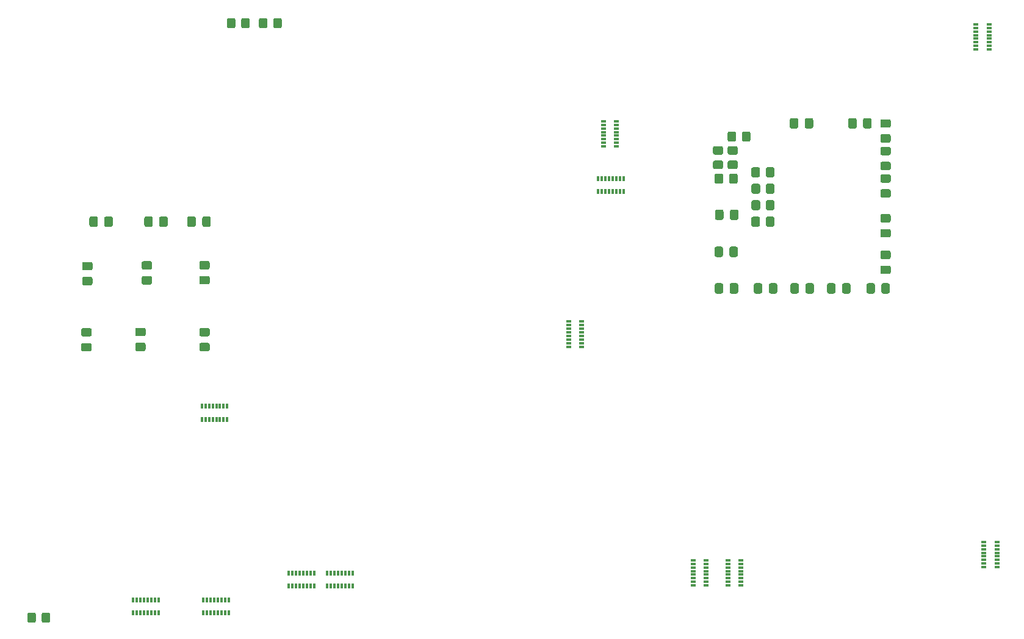
<source format=gbr>
G04 #@! TF.GenerationSoftware,KiCad,Pcbnew,(5.1.10-1-10_14)*
G04 #@! TF.CreationDate,2021-08-09T19:17:03+02:00*
G04 #@! TF.ProjectId,A3660_shanshe_mod2,41333636-305f-4736-9861-6e7368655f6d,rev?*
G04 #@! TF.SameCoordinates,Original*
G04 #@! TF.FileFunction,Paste,Bot*
G04 #@! TF.FilePolarity,Positive*
%FSLAX46Y46*%
G04 Gerber Fmt 4.6, Leading zero omitted, Abs format (unit mm)*
G04 Created by KiCad (PCBNEW (5.1.10-1-10_14)) date 2021-08-09 19:17:03*
%MOMM*%
%LPD*%
G01*
G04 APERTURE LIST*
%ADD10R,0.800000X0.300000*%
%ADD11R,0.300000X0.800000*%
G04 APERTURE END LIST*
G36*
G01*
X229395000Y-56604500D02*
X230345000Y-56604500D01*
G75*
G02*
X230595000Y-56854500I0J-250000D01*
G01*
X230595000Y-57529500D01*
G75*
G02*
X230345000Y-57779500I-250000J0D01*
G01*
X229395000Y-57779500D01*
G75*
G02*
X229145000Y-57529500I0J250000D01*
G01*
X229145000Y-56854500D01*
G75*
G02*
X229395000Y-56604500I250000J0D01*
G01*
G37*
G36*
G01*
X229395000Y-58679500D02*
X230345000Y-58679500D01*
G75*
G02*
X230595000Y-58929500I0J-250000D01*
G01*
X230595000Y-59604500D01*
G75*
G02*
X230345000Y-59854500I-250000J0D01*
G01*
X229395000Y-59854500D01*
G75*
G02*
X229145000Y-59604500I0J250000D01*
G01*
X229145000Y-58929500D01*
G75*
G02*
X229395000Y-58679500I250000J0D01*
G01*
G37*
D10*
X208015000Y-108176000D03*
X209815000Y-108176000D03*
X208015000Y-104676000D03*
X209815000Y-104676000D03*
X208015000Y-107676000D03*
X208015000Y-107176000D03*
X208015000Y-106676000D03*
X208015000Y-106176000D03*
X208015000Y-105676000D03*
X208015000Y-105176000D03*
X209815000Y-107676000D03*
X209815000Y-107176000D03*
X209815000Y-106676000D03*
X209815000Y-105676000D03*
X209815000Y-106176000D03*
X209815000Y-105176000D03*
G36*
G01*
X119474000Y-73612500D02*
X118524000Y-73612500D01*
G75*
G02*
X118274000Y-73362500I0J250000D01*
G01*
X118274000Y-72687500D01*
G75*
G02*
X118524000Y-72437500I250000J0D01*
G01*
X119474000Y-72437500D01*
G75*
G02*
X119724000Y-72687500I0J-250000D01*
G01*
X119724000Y-73362500D01*
G75*
G02*
X119474000Y-73612500I-250000J0D01*
G01*
G37*
G36*
G01*
X119474000Y-75687500D02*
X118524000Y-75687500D01*
G75*
G02*
X118274000Y-75437500I0J250000D01*
G01*
X118274000Y-74762500D01*
G75*
G02*
X118524000Y-74512500I250000J0D01*
G01*
X119474000Y-74512500D01*
G75*
G02*
X119724000Y-74762500I0J-250000D01*
G01*
X119724000Y-75437500D01*
G75*
G02*
X119474000Y-75687500I-250000J0D01*
G01*
G37*
D11*
X135735000Y-110209000D03*
X136735000Y-110209000D03*
X136235000Y-110209000D03*
X137235000Y-110209000D03*
X137735000Y-110209000D03*
X138235000Y-110209000D03*
X135735000Y-112009000D03*
X136235000Y-112009000D03*
X136735000Y-112009000D03*
X137235000Y-112009000D03*
X137735000Y-112009000D03*
X138235000Y-112009000D03*
X135235000Y-110209000D03*
X135235000Y-112009000D03*
X138735000Y-110209000D03*
X138735000Y-112009000D03*
X129004000Y-112009000D03*
X129004000Y-110209000D03*
X125504000Y-112009000D03*
X125504000Y-110209000D03*
X128504000Y-112009000D03*
X128004000Y-112009000D03*
X127504000Y-112009000D03*
X127004000Y-112009000D03*
X126504000Y-112009000D03*
X126004000Y-112009000D03*
X128504000Y-110209000D03*
X128004000Y-110209000D03*
X127504000Y-110209000D03*
X126504000Y-110209000D03*
X127004000Y-110209000D03*
X126004000Y-110209000D03*
D10*
X243531000Y-105636000D03*
X245331000Y-105636000D03*
X243531000Y-102136000D03*
X245331000Y-102136000D03*
X243531000Y-105136000D03*
X243531000Y-104636000D03*
X243531000Y-104136000D03*
X243531000Y-103636000D03*
X243531000Y-103136000D03*
X243531000Y-102636000D03*
X245331000Y-105136000D03*
X245331000Y-104636000D03*
X245331000Y-104136000D03*
X245331000Y-103136000D03*
X245331000Y-103636000D03*
X245331000Y-102636000D03*
X203189000Y-107676000D03*
X203189000Y-106676000D03*
X203189000Y-107176000D03*
X203189000Y-106176000D03*
X203189000Y-105676000D03*
X203189000Y-105176000D03*
X204989000Y-107676000D03*
X204989000Y-107176000D03*
X204989000Y-106676000D03*
X204989000Y-106176000D03*
X204989000Y-105676000D03*
X204989000Y-105176000D03*
X203189000Y-108176000D03*
X204989000Y-108176000D03*
X203189000Y-104676000D03*
X204989000Y-104676000D03*
D11*
X193020000Y-53478000D03*
X192020000Y-53478000D03*
X192520000Y-53478000D03*
X191520000Y-53478000D03*
X191020000Y-53478000D03*
X190520000Y-53478000D03*
X193020000Y-51678000D03*
X192520000Y-51678000D03*
X192020000Y-51678000D03*
X191520000Y-51678000D03*
X191020000Y-51678000D03*
X190520000Y-51678000D03*
X193520000Y-53478000D03*
X193520000Y-51678000D03*
X190020000Y-53478000D03*
X190020000Y-51678000D03*
D10*
X244232000Y-30254000D03*
X242432000Y-30254000D03*
X244232000Y-33754000D03*
X242432000Y-33754000D03*
X244232000Y-30754000D03*
X244232000Y-31254000D03*
X244232000Y-31754000D03*
X244232000Y-32254000D03*
X244232000Y-32754000D03*
X244232000Y-33254000D03*
X242432000Y-30754000D03*
X242432000Y-31254000D03*
X242432000Y-31754000D03*
X242432000Y-32754000D03*
X242432000Y-32254000D03*
X242432000Y-33254000D03*
X185917000Y-75029000D03*
X187717000Y-75029000D03*
X185917000Y-71529000D03*
X187717000Y-71529000D03*
X185917000Y-74529000D03*
X185917000Y-74029000D03*
X185917000Y-73529000D03*
X185917000Y-73029000D03*
X185917000Y-72529000D03*
X185917000Y-72029000D03*
X187717000Y-74529000D03*
X187717000Y-74029000D03*
X187717000Y-73529000D03*
X187717000Y-72529000D03*
X187717000Y-73029000D03*
X187717000Y-72029000D03*
G36*
G01*
X229395000Y-43438500D02*
X230345000Y-43438500D01*
G75*
G02*
X230595000Y-43688500I0J-250000D01*
G01*
X230595000Y-44363500D01*
G75*
G02*
X230345000Y-44613500I-250000J0D01*
G01*
X229395000Y-44613500D01*
G75*
G02*
X229145000Y-44363500I0J250000D01*
G01*
X229145000Y-43688500D01*
G75*
G02*
X229395000Y-43438500I250000J0D01*
G01*
G37*
G36*
G01*
X229395000Y-45513500D02*
X230345000Y-45513500D01*
G75*
G02*
X230595000Y-45763500I0J-250000D01*
G01*
X230595000Y-46438500D01*
G75*
G02*
X230345000Y-46688500I-250000J0D01*
G01*
X229395000Y-46688500D01*
G75*
G02*
X229145000Y-46438500I0J250000D01*
G01*
X229145000Y-45763500D01*
G75*
G02*
X229395000Y-45513500I250000J0D01*
G01*
G37*
G36*
G01*
X213252000Y-58108001D02*
X213252000Y-57207999D01*
G75*
G02*
X213501999Y-56958000I249999J0D01*
G01*
X214202001Y-56958000D01*
G75*
G02*
X214452000Y-57207999I0J-249999D01*
G01*
X214452000Y-58108001D01*
G75*
G02*
X214202001Y-58358000I-249999J0D01*
G01*
X213501999Y-58358000D01*
G75*
G02*
X213252000Y-58108001I0J249999D01*
G01*
G37*
G36*
G01*
X211252000Y-58108001D02*
X211252000Y-57207999D01*
G75*
G02*
X211501999Y-56958000I249999J0D01*
G01*
X212202001Y-56958000D01*
G75*
G02*
X212452000Y-57207999I0J-249999D01*
G01*
X212452000Y-58108001D01*
G75*
G02*
X212202001Y-58358000I-249999J0D01*
G01*
X211501999Y-58358000D01*
G75*
G02*
X211252000Y-58108001I0J249999D01*
G01*
G37*
G36*
G01*
X213268000Y-55822001D02*
X213268000Y-54921999D01*
G75*
G02*
X213517999Y-54672000I249999J0D01*
G01*
X214218001Y-54672000D01*
G75*
G02*
X214468000Y-54921999I0J-249999D01*
G01*
X214468000Y-55822001D01*
G75*
G02*
X214218001Y-56072000I-249999J0D01*
G01*
X213517999Y-56072000D01*
G75*
G02*
X213268000Y-55822001I0J249999D01*
G01*
G37*
G36*
G01*
X211268000Y-55822001D02*
X211268000Y-54921999D01*
G75*
G02*
X211517999Y-54672000I249999J0D01*
G01*
X212218001Y-54672000D01*
G75*
G02*
X212468000Y-54921999I0J-249999D01*
G01*
X212468000Y-55822001D01*
G75*
G02*
X212218001Y-56072000I-249999J0D01*
G01*
X211517999Y-56072000D01*
G75*
G02*
X211268000Y-55822001I0J249999D01*
G01*
G37*
G36*
G01*
X211268000Y-53536001D02*
X211268000Y-52635999D01*
G75*
G02*
X211517999Y-52386000I249999J0D01*
G01*
X212218001Y-52386000D01*
G75*
G02*
X212468000Y-52635999I0J-249999D01*
G01*
X212468000Y-53536001D01*
G75*
G02*
X212218001Y-53786000I-249999J0D01*
G01*
X211517999Y-53786000D01*
G75*
G02*
X211268000Y-53536001I0J249999D01*
G01*
G37*
G36*
G01*
X213268000Y-53536001D02*
X213268000Y-52635999D01*
G75*
G02*
X213517999Y-52386000I249999J0D01*
G01*
X214218001Y-52386000D01*
G75*
G02*
X214468000Y-52635999I0J-249999D01*
G01*
X214468000Y-53536001D01*
G75*
G02*
X214218001Y-53786000I-249999J0D01*
G01*
X213517999Y-53786000D01*
G75*
G02*
X213268000Y-53536001I0J249999D01*
G01*
G37*
G36*
G01*
X113995000Y-112198999D02*
X113995000Y-113099001D01*
G75*
G02*
X113745001Y-113349000I-249999J0D01*
G01*
X113044999Y-113349000D01*
G75*
G02*
X112795000Y-113099001I0J249999D01*
G01*
X112795000Y-112198999D01*
G75*
G02*
X113044999Y-111949000I249999J0D01*
G01*
X113745001Y-111949000D01*
G75*
G02*
X113995000Y-112198999I0J-249999D01*
G01*
G37*
G36*
G01*
X111995000Y-112198999D02*
X111995000Y-113099001D01*
G75*
G02*
X111745001Y-113349000I-249999J0D01*
G01*
X111044999Y-113349000D01*
G75*
G02*
X110795000Y-113099001I0J249999D01*
G01*
X110795000Y-112198999D01*
G75*
G02*
X111044999Y-111949000I249999J0D01*
G01*
X111745001Y-111949000D01*
G75*
G02*
X111995000Y-112198999I0J-249999D01*
G01*
G37*
D11*
X138029000Y-85101000D03*
X137029000Y-85101000D03*
X137529000Y-85101000D03*
X136529000Y-85101000D03*
X136029000Y-85101000D03*
X135529000Y-85101000D03*
X138029000Y-83301000D03*
X137529000Y-83301000D03*
X137029000Y-83301000D03*
X136529000Y-83301000D03*
X136029000Y-83301000D03*
X135529000Y-83301000D03*
X138529000Y-85101000D03*
X138529000Y-83301000D03*
X135029000Y-85101000D03*
X135029000Y-83301000D03*
D10*
X190732000Y-47212000D03*
X192532000Y-47212000D03*
X190732000Y-43712000D03*
X192532000Y-43712000D03*
X190732000Y-46712000D03*
X190732000Y-46212000D03*
X190732000Y-45712000D03*
X190732000Y-45212000D03*
X190732000Y-44712000D03*
X190732000Y-44212000D03*
X192532000Y-46712000D03*
X192532000Y-46212000D03*
X192532000Y-45712000D03*
X192532000Y-44712000D03*
X192532000Y-45212000D03*
X192532000Y-44212000D03*
D11*
X152928000Y-106463000D03*
X153928000Y-106463000D03*
X153428000Y-106463000D03*
X154428000Y-106463000D03*
X154928000Y-106463000D03*
X155428000Y-106463000D03*
X152928000Y-108263000D03*
X153428000Y-108263000D03*
X153928000Y-108263000D03*
X154428000Y-108263000D03*
X154928000Y-108263000D03*
X155428000Y-108263000D03*
X152428000Y-106463000D03*
X152428000Y-108263000D03*
X155928000Y-106463000D03*
X155928000Y-108263000D03*
X150594000Y-108263000D03*
X150594000Y-106463000D03*
X147094000Y-108263000D03*
X147094000Y-106463000D03*
X150094000Y-108263000D03*
X149594000Y-108263000D03*
X149094000Y-108263000D03*
X148594000Y-108263000D03*
X148094000Y-108263000D03*
X147594000Y-108263000D03*
X150094000Y-106463000D03*
X149594000Y-106463000D03*
X149094000Y-106463000D03*
X148094000Y-106463000D03*
X148594000Y-106463000D03*
X147594000Y-106463000D03*
G36*
G01*
X230345000Y-50520000D02*
X229395000Y-50520000D01*
G75*
G02*
X229145000Y-50270000I0J250000D01*
G01*
X229145000Y-49595000D01*
G75*
G02*
X229395000Y-49345000I250000J0D01*
G01*
X230345000Y-49345000D01*
G75*
G02*
X230595000Y-49595000I0J-250000D01*
G01*
X230595000Y-50270000D01*
G75*
G02*
X230345000Y-50520000I-250000J0D01*
G01*
G37*
G36*
G01*
X230345000Y-48445000D02*
X229395000Y-48445000D01*
G75*
G02*
X229145000Y-48195000I0J250000D01*
G01*
X229145000Y-47520000D01*
G75*
G02*
X229395000Y-47270000I250000J0D01*
G01*
X230345000Y-47270000D01*
G75*
G02*
X230595000Y-47520000I0J-250000D01*
G01*
X230595000Y-48195000D01*
G75*
G02*
X230345000Y-48445000I-250000J0D01*
G01*
G37*
G36*
G01*
X211252000Y-51250001D02*
X211252000Y-50349999D01*
G75*
G02*
X211501999Y-50100000I249999J0D01*
G01*
X212202001Y-50100000D01*
G75*
G02*
X212452000Y-50349999I0J-249999D01*
G01*
X212452000Y-51250001D01*
G75*
G02*
X212202001Y-51500000I-249999J0D01*
G01*
X211501999Y-51500000D01*
G75*
G02*
X211252000Y-51250001I0J249999D01*
G01*
G37*
G36*
G01*
X213252000Y-51250001D02*
X213252000Y-50349999D01*
G75*
G02*
X213501999Y-50100000I249999J0D01*
G01*
X214202001Y-50100000D01*
G75*
G02*
X214452000Y-50349999I0J-249999D01*
G01*
X214452000Y-51250001D01*
G75*
G02*
X214202001Y-51500000I-249999J0D01*
G01*
X213501999Y-51500000D01*
G75*
G02*
X213252000Y-51250001I0J249999D01*
G01*
G37*
G36*
G01*
X129101000Y-58133000D02*
X129101000Y-57183000D01*
G75*
G02*
X129351000Y-56933000I250000J0D01*
G01*
X130026000Y-56933000D01*
G75*
G02*
X130276000Y-57183000I0J-250000D01*
G01*
X130276000Y-58133000D01*
G75*
G02*
X130026000Y-58383000I-250000J0D01*
G01*
X129351000Y-58383000D01*
G75*
G02*
X129101000Y-58133000I0J250000D01*
G01*
G37*
G36*
G01*
X127026000Y-58133000D02*
X127026000Y-57183000D01*
G75*
G02*
X127276000Y-56933000I250000J0D01*
G01*
X127951000Y-56933000D01*
G75*
G02*
X128201000Y-57183000I0J-250000D01*
G01*
X128201000Y-58133000D01*
G75*
G02*
X127951000Y-58383000I-250000J0D01*
G01*
X127276000Y-58383000D01*
G75*
G02*
X127026000Y-58133000I0J250000D01*
G01*
G37*
G36*
G01*
X135070000Y-58133000D02*
X135070000Y-57183000D01*
G75*
G02*
X135320000Y-56933000I250000J0D01*
G01*
X135995000Y-56933000D01*
G75*
G02*
X136245000Y-57183000I0J-250000D01*
G01*
X136245000Y-58133000D01*
G75*
G02*
X135995000Y-58383000I-250000J0D01*
G01*
X135320000Y-58383000D01*
G75*
G02*
X135070000Y-58133000I0J250000D01*
G01*
G37*
G36*
G01*
X132995000Y-58133000D02*
X132995000Y-57183000D01*
G75*
G02*
X133245000Y-56933000I250000J0D01*
G01*
X133920000Y-56933000D01*
G75*
G02*
X134170000Y-57183000I0J-250000D01*
G01*
X134170000Y-58133000D01*
G75*
G02*
X133920000Y-58383000I-250000J0D01*
G01*
X133245000Y-58383000D01*
G75*
G02*
X132995000Y-58133000I0J250000D01*
G01*
G37*
G36*
G01*
X119406000Y-58133000D02*
X119406000Y-57183000D01*
G75*
G02*
X119656000Y-56933000I250000J0D01*
G01*
X120331000Y-56933000D01*
G75*
G02*
X120581000Y-57183000I0J-250000D01*
G01*
X120581000Y-58133000D01*
G75*
G02*
X120331000Y-58383000I-250000J0D01*
G01*
X119656000Y-58383000D01*
G75*
G02*
X119406000Y-58133000I0J250000D01*
G01*
G37*
G36*
G01*
X121481000Y-58133000D02*
X121481000Y-57183000D01*
G75*
G02*
X121731000Y-56933000I250000J0D01*
G01*
X122406000Y-56933000D01*
G75*
G02*
X122656000Y-57183000I0J-250000D01*
G01*
X122656000Y-58133000D01*
G75*
G02*
X122406000Y-58383000I-250000J0D01*
G01*
X121731000Y-58383000D01*
G75*
G02*
X121481000Y-58133000I0J250000D01*
G01*
G37*
G36*
G01*
X118651000Y-63250500D02*
X119601000Y-63250500D01*
G75*
G02*
X119851000Y-63500500I0J-250000D01*
G01*
X119851000Y-64175500D01*
G75*
G02*
X119601000Y-64425500I-250000J0D01*
G01*
X118651000Y-64425500D01*
G75*
G02*
X118401000Y-64175500I0J250000D01*
G01*
X118401000Y-63500500D01*
G75*
G02*
X118651000Y-63250500I250000J0D01*
G01*
G37*
G36*
G01*
X118651000Y-65325500D02*
X119601000Y-65325500D01*
G75*
G02*
X119851000Y-65575500I0J-250000D01*
G01*
X119851000Y-66250500D01*
G75*
G02*
X119601000Y-66500500I-250000J0D01*
G01*
X118651000Y-66500500D01*
G75*
G02*
X118401000Y-66250500I0J250000D01*
G01*
X118401000Y-65575500D01*
G75*
G02*
X118651000Y-65325500I250000J0D01*
G01*
G37*
G36*
G01*
X126906000Y-65220000D02*
X127856000Y-65220000D01*
G75*
G02*
X128106000Y-65470000I0J-250000D01*
G01*
X128106000Y-66145000D01*
G75*
G02*
X127856000Y-66395000I-250000J0D01*
G01*
X126906000Y-66395000D01*
G75*
G02*
X126656000Y-66145000I0J250000D01*
G01*
X126656000Y-65470000D01*
G75*
G02*
X126906000Y-65220000I250000J0D01*
G01*
G37*
G36*
G01*
X126906000Y-63145000D02*
X127856000Y-63145000D01*
G75*
G02*
X128106000Y-63395000I0J-250000D01*
G01*
X128106000Y-64070000D01*
G75*
G02*
X127856000Y-64320000I-250000J0D01*
G01*
X126906000Y-64320000D01*
G75*
G02*
X126656000Y-64070000I0J250000D01*
G01*
X126656000Y-63395000D01*
G75*
G02*
X126906000Y-63145000I250000J0D01*
G01*
G37*
G36*
G01*
X134907000Y-63123500D02*
X135857000Y-63123500D01*
G75*
G02*
X136107000Y-63373500I0J-250000D01*
G01*
X136107000Y-64048500D01*
G75*
G02*
X135857000Y-64298500I-250000J0D01*
G01*
X134907000Y-64298500D01*
G75*
G02*
X134657000Y-64048500I0J250000D01*
G01*
X134657000Y-63373500D01*
G75*
G02*
X134907000Y-63123500I250000J0D01*
G01*
G37*
G36*
G01*
X134907000Y-65198500D02*
X135857000Y-65198500D01*
G75*
G02*
X136107000Y-65448500I0J-250000D01*
G01*
X136107000Y-66123500D01*
G75*
G02*
X135857000Y-66373500I-250000J0D01*
G01*
X134907000Y-66373500D01*
G75*
G02*
X134657000Y-66123500I0J250000D01*
G01*
X134657000Y-65448500D01*
G75*
G02*
X134907000Y-65198500I250000J0D01*
G01*
G37*
G36*
G01*
X126967000Y-75644500D02*
X126017000Y-75644500D01*
G75*
G02*
X125767000Y-75394500I0J250000D01*
G01*
X125767000Y-74719500D01*
G75*
G02*
X126017000Y-74469500I250000J0D01*
G01*
X126967000Y-74469500D01*
G75*
G02*
X127217000Y-74719500I0J-250000D01*
G01*
X127217000Y-75394500D01*
G75*
G02*
X126967000Y-75644500I-250000J0D01*
G01*
G37*
G36*
G01*
X126967000Y-73569500D02*
X126017000Y-73569500D01*
G75*
G02*
X125767000Y-73319500I0J250000D01*
G01*
X125767000Y-72644500D01*
G75*
G02*
X126017000Y-72394500I250000J0D01*
G01*
X126967000Y-72394500D01*
G75*
G02*
X127217000Y-72644500I0J-250000D01*
G01*
X127217000Y-73319500D01*
G75*
G02*
X126967000Y-73569500I-250000J0D01*
G01*
G37*
G36*
G01*
X228404000Y-66454000D02*
X228404000Y-67404000D01*
G75*
G02*
X228154000Y-67654000I-250000J0D01*
G01*
X227479000Y-67654000D01*
G75*
G02*
X227229000Y-67404000I0J250000D01*
G01*
X227229000Y-66454000D01*
G75*
G02*
X227479000Y-66204000I250000J0D01*
G01*
X228154000Y-66204000D01*
G75*
G02*
X228404000Y-66454000I0J-250000D01*
G01*
G37*
G36*
G01*
X230479000Y-66454000D02*
X230479000Y-67404000D01*
G75*
G02*
X230229000Y-67654000I-250000J0D01*
G01*
X229554000Y-67654000D01*
G75*
G02*
X229304000Y-67404000I0J250000D01*
G01*
X229304000Y-66454000D01*
G75*
G02*
X229554000Y-66204000I250000J0D01*
G01*
X230229000Y-66204000D01*
G75*
G02*
X230479000Y-66454000I0J-250000D01*
G01*
G37*
G36*
G01*
X211608000Y-67404000D02*
X211608000Y-66454000D01*
G75*
G02*
X211858000Y-66204000I250000J0D01*
G01*
X212533000Y-66204000D01*
G75*
G02*
X212783000Y-66454000I0J-250000D01*
G01*
X212783000Y-67404000D01*
G75*
G02*
X212533000Y-67654000I-250000J0D01*
G01*
X211858000Y-67654000D01*
G75*
G02*
X211608000Y-67404000I0J250000D01*
G01*
G37*
G36*
G01*
X213683000Y-67404000D02*
X213683000Y-66454000D01*
G75*
G02*
X213933000Y-66204000I250000J0D01*
G01*
X214608000Y-66204000D01*
G75*
G02*
X214858000Y-66454000I0J-250000D01*
G01*
X214858000Y-67404000D01*
G75*
G02*
X214608000Y-67654000I-250000J0D01*
G01*
X213933000Y-67654000D01*
G75*
G02*
X213683000Y-67404000I0J250000D01*
G01*
G37*
G36*
G01*
X216688000Y-67404000D02*
X216688000Y-66454000D01*
G75*
G02*
X216938000Y-66204000I250000J0D01*
G01*
X217613000Y-66204000D01*
G75*
G02*
X217863000Y-66454000I0J-250000D01*
G01*
X217863000Y-67404000D01*
G75*
G02*
X217613000Y-67654000I-250000J0D01*
G01*
X216938000Y-67654000D01*
G75*
G02*
X216688000Y-67404000I0J250000D01*
G01*
G37*
G36*
G01*
X218763000Y-67404000D02*
X218763000Y-66454000D01*
G75*
G02*
X219013000Y-66204000I250000J0D01*
G01*
X219688000Y-66204000D01*
G75*
G02*
X219938000Y-66454000I0J-250000D01*
G01*
X219938000Y-67404000D01*
G75*
G02*
X219688000Y-67654000I-250000J0D01*
G01*
X219013000Y-67654000D01*
G75*
G02*
X218763000Y-67404000I0J250000D01*
G01*
G37*
G36*
G01*
X223843000Y-67404000D02*
X223843000Y-66454000D01*
G75*
G02*
X224093000Y-66204000I250000J0D01*
G01*
X224768000Y-66204000D01*
G75*
G02*
X225018000Y-66454000I0J-250000D01*
G01*
X225018000Y-67404000D01*
G75*
G02*
X224768000Y-67654000I-250000J0D01*
G01*
X224093000Y-67654000D01*
G75*
G02*
X223843000Y-67404000I0J250000D01*
G01*
G37*
G36*
G01*
X221768000Y-67404000D02*
X221768000Y-66454000D01*
G75*
G02*
X222018000Y-66204000I250000J0D01*
G01*
X222693000Y-66204000D01*
G75*
G02*
X222943000Y-66454000I0J-250000D01*
G01*
X222943000Y-67404000D01*
G75*
G02*
X222693000Y-67654000I-250000J0D01*
G01*
X222018000Y-67654000D01*
G75*
G02*
X221768000Y-67404000I0J250000D01*
G01*
G37*
G36*
G01*
X229395000Y-51080000D02*
X230345000Y-51080000D01*
G75*
G02*
X230595000Y-51330000I0J-250000D01*
G01*
X230595000Y-52005000D01*
G75*
G02*
X230345000Y-52255000I-250000J0D01*
G01*
X229395000Y-52255000D01*
G75*
G02*
X229145000Y-52005000I0J250000D01*
G01*
X229145000Y-51330000D01*
G75*
G02*
X229395000Y-51080000I250000J0D01*
G01*
G37*
G36*
G01*
X229395000Y-53155000D02*
X230345000Y-53155000D01*
G75*
G02*
X230595000Y-53405000I0J-250000D01*
G01*
X230595000Y-54080000D01*
G75*
G02*
X230345000Y-54330000I-250000J0D01*
G01*
X229395000Y-54330000D01*
G75*
G02*
X229145000Y-54080000I0J250000D01*
G01*
X229145000Y-53405000D01*
G75*
G02*
X229395000Y-53155000I250000J0D01*
G01*
G37*
G36*
G01*
X208244000Y-67404000D02*
X208244000Y-66454000D01*
G75*
G02*
X208494000Y-66204000I250000J0D01*
G01*
X209169000Y-66204000D01*
G75*
G02*
X209419000Y-66454000I0J-250000D01*
G01*
X209419000Y-67404000D01*
G75*
G02*
X209169000Y-67654000I-250000J0D01*
G01*
X208494000Y-67654000D01*
G75*
G02*
X208244000Y-67404000I0J250000D01*
G01*
G37*
G36*
G01*
X206169000Y-67404000D02*
X206169000Y-66454000D01*
G75*
G02*
X206419000Y-66204000I250000J0D01*
G01*
X207094000Y-66204000D01*
G75*
G02*
X207344000Y-66454000I0J-250000D01*
G01*
X207344000Y-67404000D01*
G75*
G02*
X207094000Y-67654000I-250000J0D01*
G01*
X206419000Y-67654000D01*
G75*
G02*
X206169000Y-67404000I0J250000D01*
G01*
G37*
G36*
G01*
X229395000Y-63759500D02*
X230345000Y-63759500D01*
G75*
G02*
X230595000Y-64009500I0J-250000D01*
G01*
X230595000Y-64684500D01*
G75*
G02*
X230345000Y-64934500I-250000J0D01*
G01*
X229395000Y-64934500D01*
G75*
G02*
X229145000Y-64684500I0J250000D01*
G01*
X229145000Y-64009500D01*
G75*
G02*
X229395000Y-63759500I250000J0D01*
G01*
G37*
G36*
G01*
X229395000Y-61684500D02*
X230345000Y-61684500D01*
G75*
G02*
X230595000Y-61934500I0J-250000D01*
G01*
X230595000Y-62609500D01*
G75*
G02*
X230345000Y-62859500I-250000J0D01*
G01*
X229395000Y-62859500D01*
G75*
G02*
X229145000Y-62609500I0J250000D01*
G01*
X229145000Y-61934500D01*
G75*
G02*
X229395000Y-61684500I250000J0D01*
G01*
G37*
G36*
G01*
X206147000Y-62324000D02*
X206147000Y-61374000D01*
G75*
G02*
X206397000Y-61124000I250000J0D01*
G01*
X207072000Y-61124000D01*
G75*
G02*
X207322000Y-61374000I0J-250000D01*
G01*
X207322000Y-62324000D01*
G75*
G02*
X207072000Y-62574000I-250000J0D01*
G01*
X206397000Y-62574000D01*
G75*
G02*
X206147000Y-62324000I0J250000D01*
G01*
G37*
G36*
G01*
X208222000Y-62324000D02*
X208222000Y-61374000D01*
G75*
G02*
X208472000Y-61124000I250000J0D01*
G01*
X209147000Y-61124000D01*
G75*
G02*
X209397000Y-61374000I0J-250000D01*
G01*
X209397000Y-62324000D01*
G75*
G02*
X209147000Y-62574000I-250000J0D01*
G01*
X208472000Y-62574000D01*
G75*
G02*
X208222000Y-62324000I0J250000D01*
G01*
G37*
G36*
G01*
X216583000Y-44480500D02*
X216583000Y-43530500D01*
G75*
G02*
X216833000Y-43280500I250000J0D01*
G01*
X217508000Y-43280500D01*
G75*
G02*
X217758000Y-43530500I0J-250000D01*
G01*
X217758000Y-44480500D01*
G75*
G02*
X217508000Y-44730500I-250000J0D01*
G01*
X216833000Y-44730500D01*
G75*
G02*
X216583000Y-44480500I0J250000D01*
G01*
G37*
G36*
G01*
X218658000Y-44480500D02*
X218658000Y-43530500D01*
G75*
G02*
X218908000Y-43280500I250000J0D01*
G01*
X219583000Y-43280500D01*
G75*
G02*
X219833000Y-43530500I0J-250000D01*
G01*
X219833000Y-44480500D01*
G75*
G02*
X219583000Y-44730500I-250000J0D01*
G01*
X218908000Y-44730500D01*
G75*
G02*
X218658000Y-44480500I0J250000D01*
G01*
G37*
G36*
G01*
X225864000Y-43530500D02*
X225864000Y-44480500D01*
G75*
G02*
X225614000Y-44730500I-250000J0D01*
G01*
X224939000Y-44730500D01*
G75*
G02*
X224689000Y-44480500I0J250000D01*
G01*
X224689000Y-43530500D01*
G75*
G02*
X224939000Y-43280500I250000J0D01*
G01*
X225614000Y-43280500D01*
G75*
G02*
X225864000Y-43530500I0J-250000D01*
G01*
G37*
G36*
G01*
X227939000Y-43530500D02*
X227939000Y-44480500D01*
G75*
G02*
X227689000Y-44730500I-250000J0D01*
G01*
X227014000Y-44730500D01*
G75*
G02*
X226764000Y-44480500I0J250000D01*
G01*
X226764000Y-43530500D01*
G75*
G02*
X227014000Y-43280500I250000J0D01*
G01*
X227689000Y-43280500D01*
G75*
G02*
X227939000Y-43530500I0J-250000D01*
G01*
G37*
G36*
G01*
X206210500Y-57180500D02*
X206210500Y-56230500D01*
G75*
G02*
X206460500Y-55980500I250000J0D01*
G01*
X207135500Y-55980500D01*
G75*
G02*
X207385500Y-56230500I0J-250000D01*
G01*
X207385500Y-57180500D01*
G75*
G02*
X207135500Y-57430500I-250000J0D01*
G01*
X206460500Y-57430500D01*
G75*
G02*
X206210500Y-57180500I0J250000D01*
G01*
G37*
G36*
G01*
X208285500Y-57180500D02*
X208285500Y-56230500D01*
G75*
G02*
X208535500Y-55980500I250000J0D01*
G01*
X209210500Y-55980500D01*
G75*
G02*
X209460500Y-56230500I0J-250000D01*
G01*
X209460500Y-57180500D01*
G75*
G02*
X209210500Y-57430500I-250000J0D01*
G01*
X208535500Y-57430500D01*
G75*
G02*
X208285500Y-57180500I0J250000D01*
G01*
G37*
G36*
G01*
X141681000Y-29648999D02*
X141681000Y-30549001D01*
G75*
G02*
X141431001Y-30799000I-249999J0D01*
G01*
X140730999Y-30799000D01*
G75*
G02*
X140481000Y-30549001I0J249999D01*
G01*
X140481000Y-29648999D01*
G75*
G02*
X140730999Y-29399000I249999J0D01*
G01*
X141431001Y-29399000D01*
G75*
G02*
X141681000Y-29648999I0J-249999D01*
G01*
G37*
G36*
G01*
X139681000Y-29648999D02*
X139681000Y-30549001D01*
G75*
G02*
X139431001Y-30799000I-249999J0D01*
G01*
X138730999Y-30799000D01*
G75*
G02*
X138481000Y-30549001I0J249999D01*
G01*
X138481000Y-29648999D01*
G75*
G02*
X138730999Y-29399000I249999J0D01*
G01*
X139431001Y-29399000D01*
G75*
G02*
X139681000Y-29648999I0J-249999D01*
G01*
G37*
G36*
G01*
X144926000Y-30549001D02*
X144926000Y-29648999D01*
G75*
G02*
X145175999Y-29399000I249999J0D01*
G01*
X145876001Y-29399000D01*
G75*
G02*
X146126000Y-29648999I0J-249999D01*
G01*
X146126000Y-30549001D01*
G75*
G02*
X145876001Y-30799000I-249999J0D01*
G01*
X145175999Y-30799000D01*
G75*
G02*
X144926000Y-30549001I0J249999D01*
G01*
G37*
G36*
G01*
X142926000Y-30549001D02*
X142926000Y-29648999D01*
G75*
G02*
X143175999Y-29399000I249999J0D01*
G01*
X143876001Y-29399000D01*
G75*
G02*
X144126000Y-29648999I0J-249999D01*
G01*
X144126000Y-30549001D01*
G75*
G02*
X143876001Y-30799000I-249999J0D01*
G01*
X143175999Y-30799000D01*
G75*
G02*
X142926000Y-30549001I0J249999D01*
G01*
G37*
G36*
G01*
X206178999Y-49168000D02*
X207079001Y-49168000D01*
G75*
G02*
X207329000Y-49417999I0J-249999D01*
G01*
X207329000Y-50118001D01*
G75*
G02*
X207079001Y-50368000I-249999J0D01*
G01*
X206178999Y-50368000D01*
G75*
G02*
X205929000Y-50118001I0J249999D01*
G01*
X205929000Y-49417999D01*
G75*
G02*
X206178999Y-49168000I249999J0D01*
G01*
G37*
G36*
G01*
X206178999Y-47168000D02*
X207079001Y-47168000D01*
G75*
G02*
X207329000Y-47417999I0J-249999D01*
G01*
X207329000Y-48118001D01*
G75*
G02*
X207079001Y-48368000I-249999J0D01*
G01*
X206178999Y-48368000D01*
G75*
G02*
X205929000Y-48118001I0J249999D01*
G01*
X205929000Y-47417999D01*
G75*
G02*
X206178999Y-47168000I249999J0D01*
G01*
G37*
G36*
G01*
X207950000Y-46297001D02*
X207950000Y-45396999D01*
G75*
G02*
X208199999Y-45147000I249999J0D01*
G01*
X208900001Y-45147000D01*
G75*
G02*
X209150000Y-45396999I0J-249999D01*
G01*
X209150000Y-46297001D01*
G75*
G02*
X208900001Y-46547000I-249999J0D01*
G01*
X208199999Y-46547000D01*
G75*
G02*
X207950000Y-46297001I0J249999D01*
G01*
G37*
G36*
G01*
X209950000Y-46297001D02*
X209950000Y-45396999D01*
G75*
G02*
X210199999Y-45147000I249999J0D01*
G01*
X210900001Y-45147000D01*
G75*
G02*
X211150000Y-45396999I0J-249999D01*
G01*
X211150000Y-46297001D01*
G75*
G02*
X210900001Y-46547000I-249999J0D01*
G01*
X210199999Y-46547000D01*
G75*
G02*
X209950000Y-46297001I0J249999D01*
G01*
G37*
G36*
G01*
X208210999Y-49168000D02*
X209111001Y-49168000D01*
G75*
G02*
X209361000Y-49417999I0J-249999D01*
G01*
X209361000Y-50118001D01*
G75*
G02*
X209111001Y-50368000I-249999J0D01*
G01*
X208210999Y-50368000D01*
G75*
G02*
X207961000Y-50118001I0J249999D01*
G01*
X207961000Y-49417999D01*
G75*
G02*
X208210999Y-49168000I249999J0D01*
G01*
G37*
G36*
G01*
X208210999Y-47168000D02*
X209111001Y-47168000D01*
G75*
G02*
X209361000Y-47417999I0J-249999D01*
G01*
X209361000Y-48118001D01*
G75*
G02*
X209111001Y-48368000I-249999J0D01*
G01*
X208210999Y-48368000D01*
G75*
G02*
X207961000Y-48118001I0J249999D01*
G01*
X207961000Y-47417999D01*
G75*
G02*
X208210999Y-47168000I249999J0D01*
G01*
G37*
G36*
G01*
X206156000Y-52139001D02*
X206156000Y-51238999D01*
G75*
G02*
X206405999Y-50989000I249999J0D01*
G01*
X207106001Y-50989000D01*
G75*
G02*
X207356000Y-51238999I0J-249999D01*
G01*
X207356000Y-52139001D01*
G75*
G02*
X207106001Y-52389000I-249999J0D01*
G01*
X206405999Y-52389000D01*
G75*
G02*
X206156000Y-52139001I0J249999D01*
G01*
G37*
G36*
G01*
X208156000Y-52139001D02*
X208156000Y-51238999D01*
G75*
G02*
X208405999Y-50989000I249999J0D01*
G01*
X209106001Y-50989000D01*
G75*
G02*
X209356000Y-51238999I0J-249999D01*
G01*
X209356000Y-52139001D01*
G75*
G02*
X209106001Y-52389000I-249999J0D01*
G01*
X208405999Y-52389000D01*
G75*
G02*
X208156000Y-52139001I0J249999D01*
G01*
G37*
G36*
G01*
X135857000Y-75666000D02*
X134907000Y-75666000D01*
G75*
G02*
X134657000Y-75416000I0J250000D01*
G01*
X134657000Y-74741000D01*
G75*
G02*
X134907000Y-74491000I250000J0D01*
G01*
X135857000Y-74491000D01*
G75*
G02*
X136107000Y-74741000I0J-250000D01*
G01*
X136107000Y-75416000D01*
G75*
G02*
X135857000Y-75666000I-250000J0D01*
G01*
G37*
G36*
G01*
X135857000Y-73591000D02*
X134907000Y-73591000D01*
G75*
G02*
X134657000Y-73341000I0J250000D01*
G01*
X134657000Y-72666000D01*
G75*
G02*
X134907000Y-72416000I250000J0D01*
G01*
X135857000Y-72416000D01*
G75*
G02*
X136107000Y-72666000I0J-250000D01*
G01*
X136107000Y-73341000D01*
G75*
G02*
X135857000Y-73591000I-250000J0D01*
G01*
G37*
M02*

</source>
